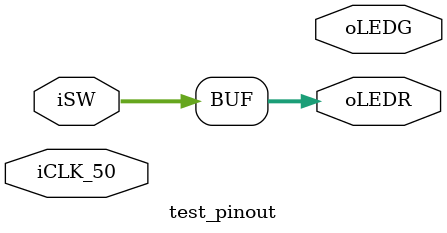
<source format=v>
module test_pinout(
	iCLK_50,
	iSW,
	
	oLEDR,
	oLEDG);

//=======================================
// Ports:
//=======================================
	input						iCLK_50;
	
	input		[17:0]		iSW;
	
	output	[17:0]		oLEDR;
	output	[7:0]			oLEDG;

	
//=======================================
// User Code:
//=======================================
	assign oLEDR = iSW;

	
	
endmodule

</source>
